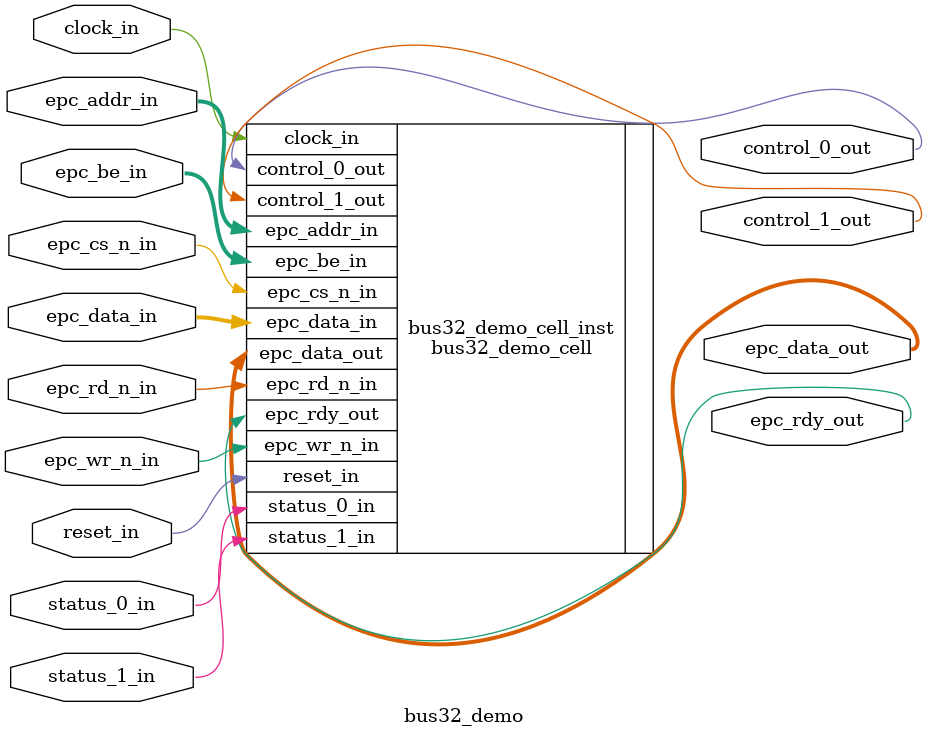
<source format=v>

`timescale 1ns / 1ps

module bus32_demo #(
        parameter                           datawidth = 32          ,
        parameter                           addrwidth = 8
    )(
        input   wire                        clock_in                ,
        input   wire                        reset_in                ,

        input   wire [31:0]                 epc_addr_in             ,
        output  wire [31:0]                 epc_data_out            ,
        input   wire [31:0]                 epc_data_in             ,
        input   wire [3:0]                  epc_be_in               ,
        input   wire                        epc_cs_n_in             ,
        input   wire                        epc_wr_n_in             ,
        input   wire                        epc_rd_n_in             ,
        output  wire                        epc_rdy_out             ,

        // Control interface
        output  wire                        control_0_out           ,
        output  wire                        control_1_out           ,

        // Status interface
        input   wire                        status_0_in             ,
        input   wire                        status_1_in
    );

//////////////////////////////////////////////////////////////////////////////////
//                                 parameter
//////////////////////////////////////////////////////////////////////////////////

//////////////////////////////////////////////////////////////////////////////////
//                                wire and reg
//////////////////////////////////////////////////////////////////////////////////

//////////////////////////////////////////////////////////////////////////////////
//                                   assign
//////////////////////////////////////////////////////////////////////////////////

//////////////////////////////////////////////////////////////////////////////////
//                                    code
//////////////////////////////////////////////////////////////////////////////////

//--------------------------------------------------------------------------------
// 1.bus32 cell module.
//--------------------------------------------------------------------------------

    bus32_demo_cell #(
        .datawidth                          (datawidth              ),
        .addrwidth                          (addrwidth              )
    ) bus32_demo_cell_inst (
        .clock_in                           (clock_in               ),
        .reset_in                           (reset_in               ),

        // epc interface
        .epc_addr_in                        (epc_addr_in            ),
        .epc_data_out                       (epc_data_out           ),
        .epc_data_in                        (epc_data_in            ),
        .epc_be_in                          (epc_be_in              ),
        .epc_cs_n_in                        (epc_cs_n_in            ),
        .epc_wr_n_in                        (epc_wr_n_in            ),
        .epc_rd_n_in                        (epc_rd_n_in            ),
        .epc_rdy_out                        (epc_rdy_out            ),

        // Control interface
        .control_0_out                      (control_0_out          ),
        .control_1_out                      (control_1_out          ),

        // Status interface
        .status_0_in                        (status_0_in            ),
        .status_1_in                        (status_1_in            )
    );

endmodule

</source>
